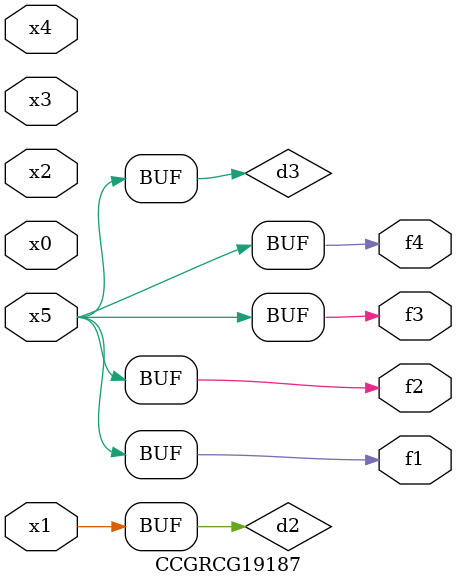
<source format=v>
module CCGRCG19187(
	input x0, x1, x2, x3, x4, x5,
	output f1, f2, f3, f4
);

	wire d1, d2, d3;

	not (d1, x5);
	or (d2, x1);
	xnor (d3, d1);
	assign f1 = d3;
	assign f2 = d3;
	assign f3 = d3;
	assign f4 = d3;
endmodule

</source>
